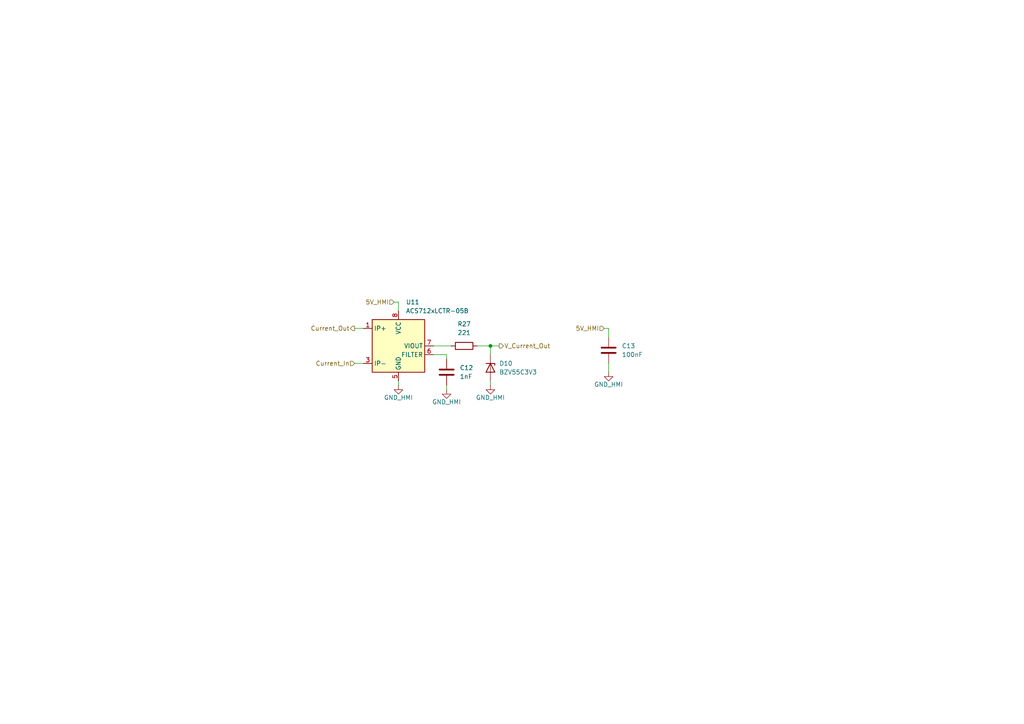
<source format=kicad_sch>
(kicad_sch
	(version 20250114)
	(generator "eeschema")
	(generator_version "9.0")
	(uuid "be6f59a5-7632-4df8-a99a-2c532b0ab752")
	(paper "A4")
	(lib_symbols
		(symbol "Device:C"
			(pin_numbers
				(hide yes)
			)
			(pin_names
				(offset 0.254)
			)
			(exclude_from_sim no)
			(in_bom yes)
			(on_board yes)
			(property "Reference" "C"
				(at 0.635 2.54 0)
				(effects
					(font
						(size 1.27 1.27)
					)
					(justify left)
				)
			)
			(property "Value" "C"
				(at 0.635 -2.54 0)
				(effects
					(font
						(size 1.27 1.27)
					)
					(justify left)
				)
			)
			(property "Footprint" ""
				(at 0.9652 -3.81 0)
				(effects
					(font
						(size 1.27 1.27)
					)
					(hide yes)
				)
			)
			(property "Datasheet" "~"
				(at 0 0 0)
				(effects
					(font
						(size 1.27 1.27)
					)
					(hide yes)
				)
			)
			(property "Description" "Unpolarized capacitor"
				(at 0 0 0)
				(effects
					(font
						(size 1.27 1.27)
					)
					(hide yes)
				)
			)
			(property "ki_keywords" "cap capacitor"
				(at 0 0 0)
				(effects
					(font
						(size 1.27 1.27)
					)
					(hide yes)
				)
			)
			(property "ki_fp_filters" "C_*"
				(at 0 0 0)
				(effects
					(font
						(size 1.27 1.27)
					)
					(hide yes)
				)
			)
			(symbol "C_0_1"
				(polyline
					(pts
						(xy -2.032 0.762) (xy 2.032 0.762)
					)
					(stroke
						(width 0.508)
						(type default)
					)
					(fill
						(type none)
					)
				)
				(polyline
					(pts
						(xy -2.032 -0.762) (xy 2.032 -0.762)
					)
					(stroke
						(width 0.508)
						(type default)
					)
					(fill
						(type none)
					)
				)
			)
			(symbol "C_1_1"
				(pin passive line
					(at 0 3.81 270)
					(length 2.794)
					(name "~"
						(effects
							(font
								(size 1.27 1.27)
							)
						)
					)
					(number "1"
						(effects
							(font
								(size 1.27 1.27)
							)
						)
					)
				)
				(pin passive line
					(at 0 -3.81 90)
					(length 2.794)
					(name "~"
						(effects
							(font
								(size 1.27 1.27)
							)
						)
					)
					(number "2"
						(effects
							(font
								(size 1.27 1.27)
							)
						)
					)
				)
			)
			(embedded_fonts no)
		)
		(symbol "Device:R"
			(pin_numbers
				(hide yes)
			)
			(pin_names
				(offset 0)
			)
			(exclude_from_sim no)
			(in_bom yes)
			(on_board yes)
			(property "Reference" "R"
				(at 2.032 0 90)
				(effects
					(font
						(size 1.27 1.27)
					)
				)
			)
			(property "Value" "R"
				(at 0 0 90)
				(effects
					(font
						(size 1.27 1.27)
					)
				)
			)
			(property "Footprint" ""
				(at -1.778 0 90)
				(effects
					(font
						(size 1.27 1.27)
					)
					(hide yes)
				)
			)
			(property "Datasheet" "~"
				(at 0 0 0)
				(effects
					(font
						(size 1.27 1.27)
					)
					(hide yes)
				)
			)
			(property "Description" "Resistor"
				(at 0 0 0)
				(effects
					(font
						(size 1.27 1.27)
					)
					(hide yes)
				)
			)
			(property "ki_keywords" "R res resistor"
				(at 0 0 0)
				(effects
					(font
						(size 1.27 1.27)
					)
					(hide yes)
				)
			)
			(property "ki_fp_filters" "R_*"
				(at 0 0 0)
				(effects
					(font
						(size 1.27 1.27)
					)
					(hide yes)
				)
			)
			(symbol "R_0_1"
				(rectangle
					(start -1.016 -2.54)
					(end 1.016 2.54)
					(stroke
						(width 0.254)
						(type default)
					)
					(fill
						(type none)
					)
				)
			)
			(symbol "R_1_1"
				(pin passive line
					(at 0 3.81 270)
					(length 1.27)
					(name "~"
						(effects
							(font
								(size 1.27 1.27)
							)
						)
					)
					(number "1"
						(effects
							(font
								(size 1.27 1.27)
							)
						)
					)
				)
				(pin passive line
					(at 0 -3.81 90)
					(length 1.27)
					(name "~"
						(effects
							(font
								(size 1.27 1.27)
							)
						)
					)
					(number "2"
						(effects
							(font
								(size 1.27 1.27)
							)
						)
					)
				)
			)
			(embedded_fonts no)
		)
		(symbol "Diode:BZV55C3V3"
			(pin_numbers
				(hide yes)
			)
			(pin_names
				(hide yes)
			)
			(exclude_from_sim no)
			(in_bom yes)
			(on_board yes)
			(property "Reference" "D"
				(at 0 2.54 0)
				(effects
					(font
						(size 1.27 1.27)
					)
				)
			)
			(property "Value" "BZV55C3V3"
				(at 0 -2.54 0)
				(effects
					(font
						(size 1.27 1.27)
					)
				)
			)
			(property "Footprint" "Diode_SMD:D_MiniMELF"
				(at 0 -4.445 0)
				(effects
					(font
						(size 1.27 1.27)
					)
					(hide yes)
				)
			)
			(property "Datasheet" "https://assets.nexperia.com/documents/data-sheet/BZV55_SER.pdf"
				(at 0 0 0)
				(effects
					(font
						(size 1.27 1.27)
					)
					(hide yes)
				)
			)
			(property "Description" "3.3V, 500mW, 5%, Zener diode, MiniMELF"
				(at 0 0 0)
				(effects
					(font
						(size 1.27 1.27)
					)
					(hide yes)
				)
			)
			(property "ki_keywords" "zener diode"
				(at 0 0 0)
				(effects
					(font
						(size 1.27 1.27)
					)
					(hide yes)
				)
			)
			(property "ki_fp_filters" "D*MiniMELF*"
				(at 0 0 0)
				(effects
					(font
						(size 1.27 1.27)
					)
					(hide yes)
				)
			)
			(symbol "BZV55C3V3_0_1"
				(polyline
					(pts
						(xy -1.27 -1.27) (xy -1.27 1.27) (xy -0.762 1.27)
					)
					(stroke
						(width 0.254)
						(type default)
					)
					(fill
						(type none)
					)
				)
				(polyline
					(pts
						(xy 1.27 0) (xy -1.27 0)
					)
					(stroke
						(width 0)
						(type default)
					)
					(fill
						(type none)
					)
				)
				(polyline
					(pts
						(xy 1.27 -1.27) (xy 1.27 1.27) (xy -1.27 0) (xy 1.27 -1.27)
					)
					(stroke
						(width 0.254)
						(type default)
					)
					(fill
						(type none)
					)
				)
			)
			(symbol "BZV55C3V3_1_1"
				(pin passive line
					(at -3.81 0 0)
					(length 2.54)
					(name "K"
						(effects
							(font
								(size 1.27 1.27)
							)
						)
					)
					(number "1"
						(effects
							(font
								(size 1.27 1.27)
							)
						)
					)
				)
				(pin passive line
					(at 3.81 0 180)
					(length 2.54)
					(name "A"
						(effects
							(font
								(size 1.27 1.27)
							)
						)
					)
					(number "2"
						(effects
							(font
								(size 1.27 1.27)
							)
						)
					)
				)
			)
			(embedded_fonts no)
		)
		(symbol "Sensor_Current:ACS712xLCTR-05B"
			(exclude_from_sim no)
			(in_bom yes)
			(on_board yes)
			(property "Reference" "U"
				(at 2.54 11.43 0)
				(effects
					(font
						(size 1.27 1.27)
					)
					(justify left)
				)
			)
			(property "Value" "ACS712xLCTR-05B"
				(at 2.54 8.89 0)
				(effects
					(font
						(size 1.27 1.27)
					)
					(justify left)
				)
			)
			(property "Footprint" "Package_SO:SOIC-8_3.9x4.9mm_P1.27mm"
				(at 2.54 -8.89 0)
				(effects
					(font
						(size 1.27 1.27)
						(italic yes)
					)
					(justify left)
					(hide yes)
				)
			)
			(property "Datasheet" "http://www.allegromicro.com/~/media/Files/Datasheets/ACS712-Datasheet.ashx?la=en"
				(at 0 0 0)
				(effects
					(font
						(size 1.27 1.27)
					)
					(hide yes)
				)
			)
			(property "Description" "±5A Bidirectional Hall-Effect Current Sensor, +5.0V supply, 185mV/A, SOIC-8"
				(at 0 0 0)
				(effects
					(font
						(size 1.27 1.27)
					)
					(hide yes)
				)
			)
			(property "ki_keywords" "hall effect current monitor sensor isolated"
				(at 0 0 0)
				(effects
					(font
						(size 1.27 1.27)
					)
					(hide yes)
				)
			)
			(property "ki_fp_filters" "SOIC*3.9x4.9m*P1.27mm*"
				(at 0 0 0)
				(effects
					(font
						(size 1.27 1.27)
					)
					(hide yes)
				)
			)
			(symbol "ACS712xLCTR-05B_0_1"
				(rectangle
					(start -7.62 7.62)
					(end 7.62 -7.62)
					(stroke
						(width 0.254)
						(type default)
					)
					(fill
						(type background)
					)
				)
			)
			(symbol "ACS712xLCTR-05B_1_1"
				(pin passive line
					(at -10.16 5.08 0)
					(length 2.54)
					(name "IP+"
						(effects
							(font
								(size 1.27 1.27)
							)
						)
					)
					(number "1"
						(effects
							(font
								(size 1.27 1.27)
							)
						)
					)
				)
				(pin passive line
					(at -10.16 5.08 0)
					(length 2.54)
					(hide yes)
					(name "IP+"
						(effects
							(font
								(size 1.27 1.27)
							)
						)
					)
					(number "2"
						(effects
							(font
								(size 1.27 1.27)
							)
						)
					)
				)
				(pin passive line
					(at -10.16 -5.08 0)
					(length 2.54)
					(name "IP-"
						(effects
							(font
								(size 1.27 1.27)
							)
						)
					)
					(number "3"
						(effects
							(font
								(size 1.27 1.27)
							)
						)
					)
				)
				(pin passive line
					(at -10.16 -5.08 0)
					(length 2.54)
					(hide yes)
					(name "IP-"
						(effects
							(font
								(size 1.27 1.27)
							)
						)
					)
					(number "4"
						(effects
							(font
								(size 1.27 1.27)
							)
						)
					)
				)
				(pin power_in line
					(at 0 10.16 270)
					(length 2.54)
					(name "VCC"
						(effects
							(font
								(size 1.27 1.27)
							)
						)
					)
					(number "8"
						(effects
							(font
								(size 1.27 1.27)
							)
						)
					)
				)
				(pin power_in line
					(at 0 -10.16 90)
					(length 2.54)
					(name "GND"
						(effects
							(font
								(size 1.27 1.27)
							)
						)
					)
					(number "5"
						(effects
							(font
								(size 1.27 1.27)
							)
						)
					)
				)
				(pin output line
					(at 10.16 0 180)
					(length 2.54)
					(name "VIOUT"
						(effects
							(font
								(size 1.27 1.27)
							)
						)
					)
					(number "7"
						(effects
							(font
								(size 1.27 1.27)
							)
						)
					)
				)
				(pin passive line
					(at 10.16 -2.54 180)
					(length 2.54)
					(name "FILTER"
						(effects
							(font
								(size 1.27 1.27)
							)
						)
					)
					(number "6"
						(effects
							(font
								(size 1.27 1.27)
							)
						)
					)
				)
			)
			(embedded_fonts no)
		)
		(symbol "power:GND"
			(power)
			(pin_numbers
				(hide yes)
			)
			(pin_names
				(offset 0)
				(hide yes)
			)
			(exclude_from_sim no)
			(in_bom yes)
			(on_board yes)
			(property "Reference" "#PWR"
				(at 0 -6.35 0)
				(effects
					(font
						(size 1.27 1.27)
					)
					(hide yes)
				)
			)
			(property "Value" "GND"
				(at 0 -3.81 0)
				(effects
					(font
						(size 1.27 1.27)
					)
				)
			)
			(property "Footprint" ""
				(at 0 0 0)
				(effects
					(font
						(size 1.27 1.27)
					)
					(hide yes)
				)
			)
			(property "Datasheet" ""
				(at 0 0 0)
				(effects
					(font
						(size 1.27 1.27)
					)
					(hide yes)
				)
			)
			(property "Description" "Power symbol creates a global label with name \"GND\" , ground"
				(at 0 0 0)
				(effects
					(font
						(size 1.27 1.27)
					)
					(hide yes)
				)
			)
			(property "ki_keywords" "global power"
				(at 0 0 0)
				(effects
					(font
						(size 1.27 1.27)
					)
					(hide yes)
				)
			)
			(symbol "GND_0_1"
				(polyline
					(pts
						(xy 0 0) (xy 0 -1.27) (xy 1.27 -1.27) (xy 0 -2.54) (xy -1.27 -1.27) (xy 0 -1.27)
					)
					(stroke
						(width 0)
						(type default)
					)
					(fill
						(type none)
					)
				)
			)
			(symbol "GND_1_1"
				(pin power_in line
					(at 0 0 270)
					(length 0)
					(name "~"
						(effects
							(font
								(size 1.27 1.27)
							)
						)
					)
					(number "1"
						(effects
							(font
								(size 1.27 1.27)
							)
						)
					)
				)
			)
			(embedded_fonts no)
		)
	)
	(junction
		(at 142.24 100.33)
		(diameter 0)
		(color 0 0 0 0)
		(uuid "35b14d3e-c917-4c5f-8bb4-f206dac8b4bf")
	)
	(wire
		(pts
			(xy 102.87 105.41) (xy 105.41 105.41)
		)
		(stroke
			(width 0)
			(type default)
		)
		(uuid "2ae3f360-3102-41db-8bc0-13860221592c")
	)
	(wire
		(pts
			(xy 129.54 102.87) (xy 129.54 104.14)
		)
		(stroke
			(width 0)
			(type default)
		)
		(uuid "63dabaaa-9229-4172-a2ec-475e2a152a9e")
	)
	(wire
		(pts
			(xy 138.43 100.33) (xy 142.24 100.33)
		)
		(stroke
			(width 0)
			(type default)
		)
		(uuid "7611751a-ca5e-40df-95b3-859848c0d2fd")
	)
	(wire
		(pts
			(xy 176.53 95.25) (xy 176.53 97.79)
		)
		(stroke
			(width 0)
			(type default)
		)
		(uuid "7920cb1a-828d-4f67-9d2e-f27edfb07112")
	)
	(wire
		(pts
			(xy 102.87 95.25) (xy 105.41 95.25)
		)
		(stroke
			(width 0)
			(type default)
		)
		(uuid "946bf72e-0779-4be7-aa6e-efe707210dd7")
	)
	(wire
		(pts
			(xy 176.53 107.95) (xy 176.53 105.41)
		)
		(stroke
			(width 0)
			(type default)
		)
		(uuid "970ce4f8-7f92-498c-89ab-ad897ebe47ed")
	)
	(wire
		(pts
			(xy 115.57 110.49) (xy 115.57 111.76)
		)
		(stroke
			(width 0)
			(type default)
		)
		(uuid "9c14913f-66e9-42ae-af79-90033d11a90d")
	)
	(wire
		(pts
			(xy 142.24 110.49) (xy 142.24 111.76)
		)
		(stroke
			(width 0)
			(type default)
		)
		(uuid "9f297937-9419-4807-b0bb-5f8149c2baad")
	)
	(wire
		(pts
			(xy 142.24 100.33) (xy 144.78 100.33)
		)
		(stroke
			(width 0)
			(type default)
		)
		(uuid "9fe68447-75d0-4cbc-bd75-32eef6719c85")
	)
	(wire
		(pts
			(xy 114.3 87.63) (xy 115.57 87.63)
		)
		(stroke
			(width 0)
			(type default)
		)
		(uuid "a1476c37-6bf6-486b-b944-86b1484d3f6c")
	)
	(wire
		(pts
			(xy 125.73 102.87) (xy 129.54 102.87)
		)
		(stroke
			(width 0)
			(type default)
		)
		(uuid "b2f285c9-6132-4e19-9c68-70b8493205fb")
	)
	(wire
		(pts
			(xy 175.26 95.25) (xy 176.53 95.25)
		)
		(stroke
			(width 0)
			(type default)
		)
		(uuid "badd89c7-0925-4544-86f4-a453b6ff2e61")
	)
	(wire
		(pts
			(xy 129.54 111.76) (xy 129.54 113.03)
		)
		(stroke
			(width 0)
			(type default)
		)
		(uuid "be954219-2d24-40c1-a095-9a5a2e5c0c20")
	)
	(wire
		(pts
			(xy 125.73 100.33) (xy 130.81 100.33)
		)
		(stroke
			(width 0)
			(type default)
		)
		(uuid "c2e6a2fc-c71a-4ad3-acba-f287f235cc2a")
	)
	(wire
		(pts
			(xy 115.57 87.63) (xy 115.57 90.17)
		)
		(stroke
			(width 0)
			(type default)
		)
		(uuid "ddf6ed50-7aa6-4c75-ad94-f43cf7ea5593")
	)
	(wire
		(pts
			(xy 142.24 100.33) (xy 142.24 102.87)
		)
		(stroke
			(width 0)
			(type default)
		)
		(uuid "f97d02b2-2fcb-45fc-a523-846e82f048d1")
	)
	(hierarchical_label "Current_In"
		(shape input)
		(at 102.87 105.41 180)
		(effects
			(font
				(size 1.27 1.27)
			)
			(justify right)
		)
		(uuid "351918b4-6d4c-45b2-bc6b-b79f650e2ae0")
	)
	(hierarchical_label "5V_HMI"
		(shape input)
		(at 114.3 87.63 180)
		(effects
			(font
				(size 1.27 1.27)
			)
			(justify right)
		)
		(uuid "38eaa797-d54a-4602-a0d2-f1e79d822961")
	)
	(hierarchical_label "V_Current_Out"
		(shape output)
		(at 144.78 100.33 0)
		(effects
			(font
				(size 1.27 1.27)
			)
			(justify left)
		)
		(uuid "6557d809-4e5c-4a79-9810-10e778489dd6")
	)
	(hierarchical_label "5V_HMI"
		(shape input)
		(at 175.26 95.25 180)
		(effects
			(font
				(size 1.27 1.27)
			)
			(justify right)
		)
		(uuid "6d87aeff-3b29-411d-b602-07be16a8d0d5")
	)
	(hierarchical_label "Current_Out"
		(shape output)
		(at 102.87 95.25 180)
		(effects
			(font
				(size 1.27 1.27)
			)
			(justify right)
		)
		(uuid "d64b1345-d28b-4ed8-bf0a-533fb873e267")
	)
	(symbol
		(lib_id "Device:C")
		(at 176.53 101.6 0)
		(unit 1)
		(exclude_from_sim no)
		(in_bom yes)
		(on_board yes)
		(dnp no)
		(fields_autoplaced yes)
		(uuid "50e5e8f5-cbaf-43e0-93e1-bc7362a3a414")
		(property "Reference" "C13"
			(at 180.34 100.3299 0)
			(effects
				(font
					(size 1.27 1.27)
				)
				(justify left)
			)
		)
		(property "Value" "100nF"
			(at 180.34 102.8699 0)
			(effects
				(font
					(size 1.27 1.27)
				)
				(justify left)
			)
		)
		(property "Footprint" "Capacitor_SMD:C_0603_1608Metric_Pad1.08x0.95mm_HandSolder"
			(at 177.4952 105.41 0)
			(effects
				(font
					(size 1.27 1.27)
				)
				(hide yes)
			)
		)
		(property "Datasheet" "~"
			(at 176.53 101.6 0)
			(effects
				(font
					(size 1.27 1.27)
				)
				(hide yes)
			)
		)
		(property "Description" "Unpolarized capacitor"
			(at 176.53 101.6 0)
			(effects
				(font
					(size 1.27 1.27)
				)
				(hide yes)
			)
		)
		(pin "1"
			(uuid "053cce64-3b0a-42be-8959-557001e33fd6")
		)
		(pin "2"
			(uuid "1f46d56b-91d8-4c36-a88f-05ca0c624ff9")
		)
		(instances
			(project "VFD_V1"
				(path "/e60c11d9-ab9e-4760-a4a7-008fcec65a72/c6551446-5e26-4d9a-a5bc-1c867d865e21/5d7c7860-569e-4893-a242-75c72190872b"
					(reference "C13")
					(unit 1)
				)
			)
		)
	)
	(symbol
		(lib_id "power:GND")
		(at 115.57 111.76 0)
		(unit 1)
		(exclude_from_sim no)
		(in_bom yes)
		(on_board yes)
		(dnp no)
		(uuid "5ad4f0a1-92c3-4316-879a-3ea365124d58")
		(property "Reference" "#PWR035"
			(at 115.57 118.11 0)
			(effects
				(font
					(size 1.27 1.27)
				)
				(hide yes)
			)
		)
		(property "Value" "GND_HMI"
			(at 115.57 115.316 0)
			(effects
				(font
					(size 1.27 1.27)
				)
			)
		)
		(property "Footprint" ""
			(at 115.57 111.76 0)
			(effects
				(font
					(size 1.27 1.27)
				)
				(hide yes)
			)
		)
		(property "Datasheet" ""
			(at 115.57 111.76 0)
			(effects
				(font
					(size 1.27 1.27)
				)
				(hide yes)
			)
		)
		(property "Description" "Power symbol creates a global label with name \"GND\" , ground"
			(at 115.57 111.76 0)
			(effects
				(font
					(size 1.27 1.27)
				)
				(hide yes)
			)
		)
		(pin "1"
			(uuid "d8c19e1f-125d-4453-826b-54c4ab75d8e6")
		)
		(instances
			(project "VFD_V1"
				(path "/e60c11d9-ab9e-4760-a4a7-008fcec65a72/c6551446-5e26-4d9a-a5bc-1c867d865e21/5d7c7860-569e-4893-a242-75c72190872b"
					(reference "#PWR035")
					(unit 1)
				)
			)
		)
	)
	(symbol
		(lib_id "Diode:BZV55C3V3")
		(at 142.24 106.68 270)
		(unit 1)
		(exclude_from_sim no)
		(in_bom yes)
		(on_board yes)
		(dnp no)
		(fields_autoplaced yes)
		(uuid "65a3f1bc-1d4a-4026-8893-181ec6ac4593")
		(property "Reference" "D10"
			(at 144.78 105.4099 90)
			(effects
				(font
					(size 1.27 1.27)
				)
				(justify left)
			)
		)
		(property "Value" "BZV55C3V3"
			(at 144.78 107.9499 90)
			(effects
				(font
					(size 1.27 1.27)
				)
				(justify left)
			)
		)
		(property "Footprint" "Diode_SMD:D_MiniMELF_Handsoldering"
			(at 137.795 106.68 0)
			(effects
				(font
					(size 1.27 1.27)
				)
				(hide yes)
			)
		)
		(property "Datasheet" "https://assets.nexperia.com/documents/data-sheet/BZV55_SER.pdf"
			(at 142.24 106.68 0)
			(effects
				(font
					(size 1.27 1.27)
				)
				(hide yes)
			)
		)
		(property "Description" "3.3V, 500mW, 5%, Zener diode, MiniMELF"
			(at 142.24 106.68 0)
			(effects
				(font
					(size 1.27 1.27)
				)
				(hide yes)
			)
		)
		(pin "1"
			(uuid "d7455685-d766-4aa7-a190-d0717c08242c")
		)
		(pin "2"
			(uuid "a88461d0-8d1b-40fd-99b6-abf3aaa81135")
		)
		(instances
			(project ""
				(path "/e60c11d9-ab9e-4760-a4a7-008fcec65a72/c6551446-5e26-4d9a-a5bc-1c867d865e21/5d7c7860-569e-4893-a242-75c72190872b"
					(reference "D10")
					(unit 1)
				)
			)
		)
	)
	(symbol
		(lib_id "power:GND")
		(at 176.53 107.95 0)
		(unit 1)
		(exclude_from_sim no)
		(in_bom yes)
		(on_board yes)
		(dnp no)
		(uuid "795f265a-c3d6-4e6c-8112-f33fd9f1ce4c")
		(property "Reference" "#PWR038"
			(at 176.53 114.3 0)
			(effects
				(font
					(size 1.27 1.27)
				)
				(hide yes)
			)
		)
		(property "Value" "GND_HMI"
			(at 176.53 111.506 0)
			(effects
				(font
					(size 1.27 1.27)
				)
			)
		)
		(property "Footprint" ""
			(at 176.53 107.95 0)
			(effects
				(font
					(size 1.27 1.27)
				)
				(hide yes)
			)
		)
		(property "Datasheet" ""
			(at 176.53 107.95 0)
			(effects
				(font
					(size 1.27 1.27)
				)
				(hide yes)
			)
		)
		(property "Description" "Power symbol creates a global label with name \"GND\" , ground"
			(at 176.53 107.95 0)
			(effects
				(font
					(size 1.27 1.27)
				)
				(hide yes)
			)
		)
		(pin "1"
			(uuid "3186680b-3758-48d2-89d6-d00b607ab09b")
		)
		(instances
			(project "VFD_V1"
				(path "/e60c11d9-ab9e-4760-a4a7-008fcec65a72/c6551446-5e26-4d9a-a5bc-1c867d865e21/5d7c7860-569e-4893-a242-75c72190872b"
					(reference "#PWR038")
					(unit 1)
				)
			)
		)
	)
	(symbol
		(lib_id "Device:C")
		(at 129.54 107.95 0)
		(unit 1)
		(exclude_from_sim no)
		(in_bom yes)
		(on_board yes)
		(dnp no)
		(fields_autoplaced yes)
		(uuid "7f0f8656-91ef-422a-bd2b-816293677f18")
		(property "Reference" "C12"
			(at 133.35 106.6799 0)
			(effects
				(font
					(size 1.27 1.27)
				)
				(justify left)
			)
		)
		(property "Value" "1nF"
			(at 133.35 109.2199 0)
			(effects
				(font
					(size 1.27 1.27)
				)
				(justify left)
			)
		)
		(property "Footprint" "Capacitor_SMD:C_0603_1608Metric_Pad1.08x0.95mm_HandSolder"
			(at 130.5052 111.76 0)
			(effects
				(font
					(size 1.27 1.27)
				)
				(hide yes)
			)
		)
		(property "Datasheet" "~"
			(at 129.54 107.95 0)
			(effects
				(font
					(size 1.27 1.27)
				)
				(hide yes)
			)
		)
		(property "Description" "Unpolarized capacitor"
			(at 129.54 107.95 0)
			(effects
				(font
					(size 1.27 1.27)
				)
				(hide yes)
			)
		)
		(pin "1"
			(uuid "57a33b20-e6fb-4119-ace3-469126446e69")
		)
		(pin "2"
			(uuid "53511dde-cee0-44ca-a7b7-cbb200339447")
		)
		(instances
			(project ""
				(path "/e60c11d9-ab9e-4760-a4a7-008fcec65a72/c6551446-5e26-4d9a-a5bc-1c867d865e21/5d7c7860-569e-4893-a242-75c72190872b"
					(reference "C12")
					(unit 1)
				)
			)
		)
	)
	(symbol
		(lib_id "power:GND")
		(at 129.54 113.03 0)
		(unit 1)
		(exclude_from_sim no)
		(in_bom yes)
		(on_board yes)
		(dnp no)
		(uuid "b3186b5b-5379-476d-b590-33fc4ac1d243")
		(property "Reference" "#PWR036"
			(at 129.54 119.38 0)
			(effects
				(font
					(size 1.27 1.27)
				)
				(hide yes)
			)
		)
		(property "Value" "GND_HMI"
			(at 129.54 116.586 0)
			(effects
				(font
					(size 1.27 1.27)
				)
			)
		)
		(property "Footprint" ""
			(at 129.54 113.03 0)
			(effects
				(font
					(size 1.27 1.27)
				)
				(hide yes)
			)
		)
		(property "Datasheet" ""
			(at 129.54 113.03 0)
			(effects
				(font
					(size 1.27 1.27)
				)
				(hide yes)
			)
		)
		(property "Description" "Power symbol creates a global label with name \"GND\" , ground"
			(at 129.54 113.03 0)
			(effects
				(font
					(size 1.27 1.27)
				)
				(hide yes)
			)
		)
		(pin "1"
			(uuid "6ec88c58-afcc-40cb-afb7-22590ec57a48")
		)
		(instances
			(project "VFD_V1"
				(path "/e60c11d9-ab9e-4760-a4a7-008fcec65a72/c6551446-5e26-4d9a-a5bc-1c867d865e21/5d7c7860-569e-4893-a242-75c72190872b"
					(reference "#PWR036")
					(unit 1)
				)
			)
		)
	)
	(symbol
		(lib_id "Device:R")
		(at 134.62 100.33 90)
		(unit 1)
		(exclude_from_sim no)
		(in_bom yes)
		(on_board yes)
		(dnp no)
		(fields_autoplaced yes)
		(uuid "c7dca8a9-2bfa-4436-88a7-12e2ea098618")
		(property "Reference" "R27"
			(at 134.62 93.98 90)
			(effects
				(font
					(size 1.27 1.27)
				)
			)
		)
		(property "Value" "221"
			(at 134.62 96.52 90)
			(effects
				(font
					(size 1.27 1.27)
				)
			)
		)
		(property "Footprint" "Resistor_SMD:R_0603_1608Metric_Pad0.98x0.95mm_HandSolder"
			(at 134.62 102.108 90)
			(effects
				(font
					(size 1.27 1.27)
				)
				(hide yes)
			)
		)
		(property "Datasheet" "~"
			(at 134.62 100.33 0)
			(effects
				(font
					(size 1.27 1.27)
				)
				(hide yes)
			)
		)
		(property "Description" "Resistor"
			(at 134.62 100.33 0)
			(effects
				(font
					(size 1.27 1.27)
				)
				(hide yes)
			)
		)
		(pin "1"
			(uuid "bddfe430-c162-4e91-9f44-33102d46fa06")
		)
		(pin "2"
			(uuid "32720615-452d-4bfd-b69a-d44c84d152f3")
		)
		(instances
			(project "VFD_V1"
				(path "/e60c11d9-ab9e-4760-a4a7-008fcec65a72/c6551446-5e26-4d9a-a5bc-1c867d865e21/5d7c7860-569e-4893-a242-75c72190872b"
					(reference "R27")
					(unit 1)
				)
			)
		)
	)
	(symbol
		(lib_id "power:GND")
		(at 142.24 111.76 0)
		(unit 1)
		(exclude_from_sim no)
		(in_bom yes)
		(on_board yes)
		(dnp no)
		(uuid "d1d70d38-64c4-4812-869d-56a8e53daaaf")
		(property "Reference" "#PWR037"
			(at 142.24 118.11 0)
			(effects
				(font
					(size 1.27 1.27)
				)
				(hide yes)
			)
		)
		(property "Value" "GND_HMI"
			(at 142.24 115.316 0)
			(effects
				(font
					(size 1.27 1.27)
				)
			)
		)
		(property "Footprint" ""
			(at 142.24 111.76 0)
			(effects
				(font
					(size 1.27 1.27)
				)
				(hide yes)
			)
		)
		(property "Datasheet" ""
			(at 142.24 111.76 0)
			(effects
				(font
					(size 1.27 1.27)
				)
				(hide yes)
			)
		)
		(property "Description" "Power symbol creates a global label with name \"GND\" , ground"
			(at 142.24 111.76 0)
			(effects
				(font
					(size 1.27 1.27)
				)
				(hide yes)
			)
		)
		(pin "1"
			(uuid "df2f31ea-86d1-4c0a-9b29-97716f3cb8ac")
		)
		(instances
			(project "VFD_V1"
				(path "/e60c11d9-ab9e-4760-a4a7-008fcec65a72/c6551446-5e26-4d9a-a5bc-1c867d865e21/5d7c7860-569e-4893-a242-75c72190872b"
					(reference "#PWR037")
					(unit 1)
				)
			)
		)
	)
	(symbol
		(lib_id "Sensor_Current:ACS712xLCTR-05B")
		(at 115.57 100.33 0)
		(unit 1)
		(exclude_from_sim no)
		(in_bom yes)
		(on_board yes)
		(dnp no)
		(fields_autoplaced yes)
		(uuid "e261b0bb-af6b-450b-a927-d14f63afcf3e")
		(property "Reference" "U11"
			(at 117.7133 87.63 0)
			(effects
				(font
					(size 1.27 1.27)
				)
				(justify left)
			)
		)
		(property "Value" "ACS712xLCTR-05B"
			(at 117.7133 90.17 0)
			(effects
				(font
					(size 1.27 1.27)
				)
				(justify left)
			)
		)
		(property "Footprint" "Package_SO:SOIC-8_3.9x4.9mm_P1.27mm"
			(at 118.11 109.22 0)
			(effects
				(font
					(size 1.27 1.27)
					(italic yes)
				)
				(justify left)
				(hide yes)
			)
		)
		(property "Datasheet" "http://www.allegromicro.com/~/media/Files/Datasheets/ACS712-Datasheet.ashx?la=en"
			(at 115.57 100.33 0)
			(effects
				(font
					(size 1.27 1.27)
				)
				(hide yes)
			)
		)
		(property "Description" "±5A Bidirectional Hall-Effect Current Sensor, +5.0V supply, 185mV/A, SOIC-8"
			(at 115.57 100.33 0)
			(effects
				(font
					(size 1.27 1.27)
				)
				(hide yes)
			)
		)
		(pin "1"
			(uuid "575ed0b2-1161-4aa0-8a3b-4b8c498deb89")
		)
		(pin "4"
			(uuid "b7c1a1a7-ebfe-449b-b7a3-85123eae3991")
		)
		(pin "6"
			(uuid "d634cf96-bac6-4ca4-87a1-cd88663429aa")
		)
		(pin "5"
			(uuid "8cf913b1-58d3-4943-b188-024d9dbf1ecd")
		)
		(pin "8"
			(uuid "05814669-5b8f-45d3-9d37-0b5f237191a0")
		)
		(pin "7"
			(uuid "52b5fcb8-5f9c-4e20-a8d5-fb8965572a2d")
		)
		(pin "3"
			(uuid "c0fe7331-c839-4fa8-baf4-a7a076ebee94")
		)
		(pin "2"
			(uuid "0bec1305-a952-44be-ab2c-a142f3eb663d")
		)
		(instances
			(project ""
				(path "/e60c11d9-ab9e-4760-a4a7-008fcec65a72/c6551446-5e26-4d9a-a5bc-1c867d865e21/5d7c7860-569e-4893-a242-75c72190872b"
					(reference "U11")
					(unit 1)
				)
			)
		)
	)
)

</source>
